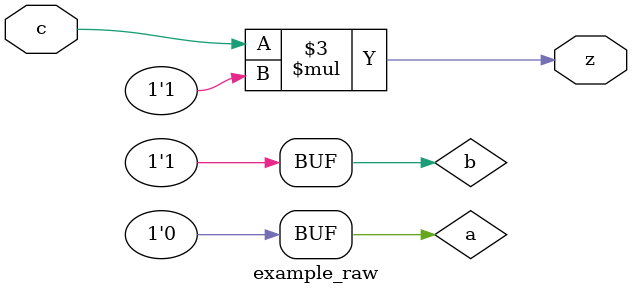
<source format=v>
module example_raw
#(  parameter       BW = 64)
(
    input  c,
    output z
);
    assign a = 2;
    assign b = (a * 32) + 3;
    assign z = c * b;
endmodule
</source>
